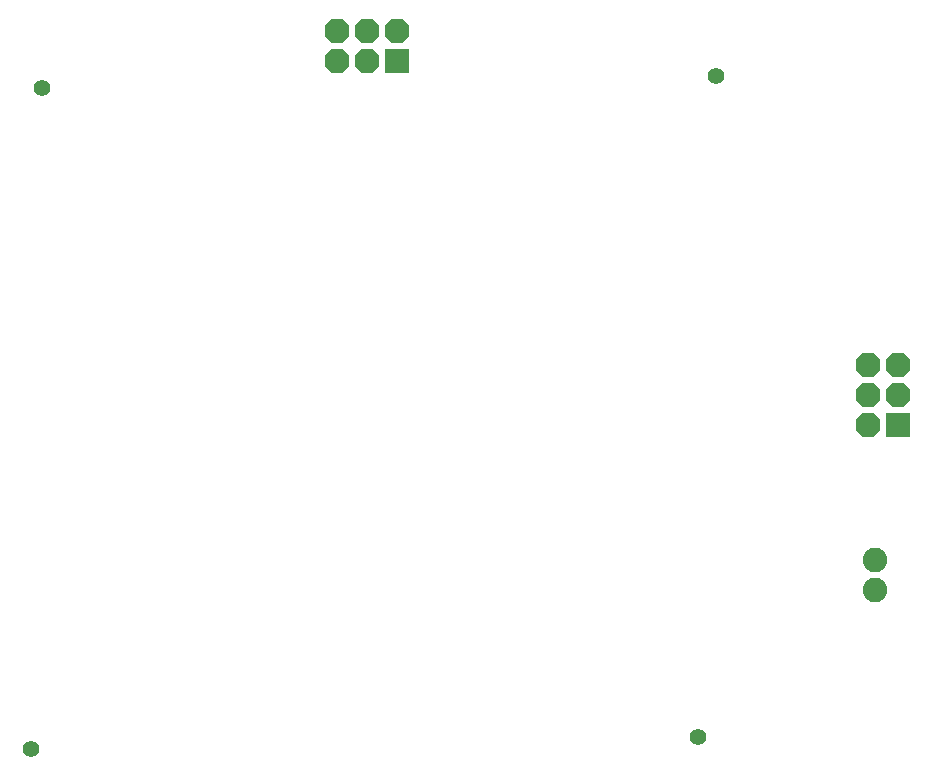
<source format=gbs>
G75*
%MOIN*%
%OFA0B0*%
%FSLAX24Y24*%
%IPPOS*%
%LPD*%
%AMOC8*
5,1,8,0,0,1.08239X$1,22.5*
%
%ADD10R,0.0820X0.0820*%
%ADD11OC8,0.0820*%
%ADD12C,0.0820*%
%ADD13C,0.0555*%
D10*
X020078Y030586D03*
X036771Y018471D03*
D11*
X036771Y019471D03*
X036771Y020471D03*
X035771Y020471D03*
X035771Y019471D03*
X035771Y018471D03*
X020078Y031586D03*
X019078Y031586D03*
X018078Y031586D03*
X018078Y030586D03*
X019078Y030586D03*
D12*
X036007Y013975D03*
X036007Y012975D03*
D13*
X007857Y007660D03*
X030101Y008054D03*
X008251Y029708D03*
X030692Y030101D03*
M02*

</source>
